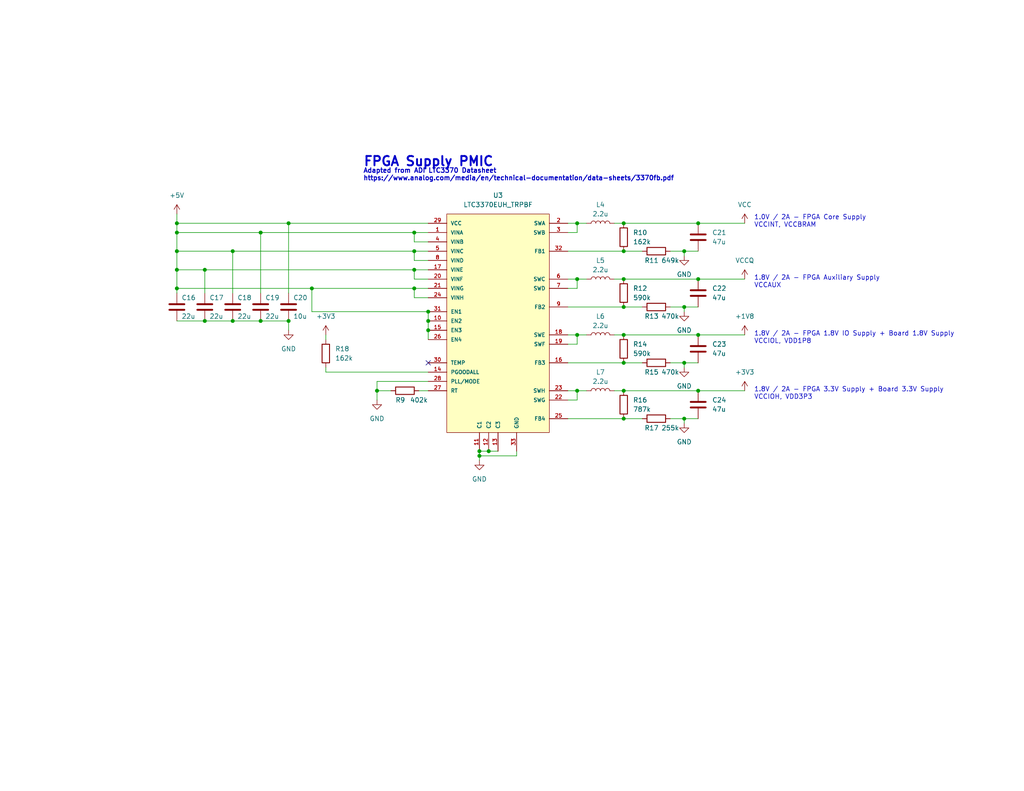
<source format=kicad_sch>
(kicad_sch (version 20230121) (generator eeschema)
  (paper "USLetter")
  (lib_symbols
    (symbol "Device:C" (pin_numbers hide) (pin_names (offset 0.254))
      (property "Reference" "C" (at 0.635 2.54 0))
      (property "Value" "C" (at 0.635 -2.54 0))
      (symbol "C_0_1"
        (polyline (pts (xy -2.032 -0.762) (xy 2.032 -0.762)) (stroke (width 0.508)))
        (polyline (pts (xy -2.032 0.762) (xy 2.032 0.762)) (stroke (width 0.508)))
      )
      (symbol "C_1_1"
        (pin passive line (at 0 3.81 270) (length 2.794) (name "~") (number "1"))
        (pin passive line (at 0 -3.81 90) (length 2.794) (name "~") (number "2"))
      )
    )
    (symbol "Device:L" (pin_numbers hide) (pin_names (offset 1.016) hide)
      (property "Reference" "L" (at -1.27 0 90))
      (property "Value" "L" (at 1.905 0 90))
      (symbol "L_0_1"
        (arc (start 0 -2.54) (mid 0.6323 -1.905) (end 0 -1.27))
        (arc (start 0 -1.27) (mid 0.6323 -0.635) (end 0 0))
        (arc (start 0 0) (mid 0.6323 0.635) (end 0 1.27))
        (arc (start 0 1.27) (mid 0.6323 1.905) (end 0 2.54))
      )
      (symbol "L_1_1"
        (pin passive line (at 0 3.81 270) (length 1.27) (name "1") (number "1"))
        (pin passive line (at 0 -3.81 90) (length 1.27) (name "2") (number "2"))
      )
    )
    (symbol "Device:R" (pin_numbers hide) (pin_names (offset 0))
      (property "Reference" "R" (at 2.032 0 90))
      (property "Value" "R" (at 0 0 90))
      (symbol "R_0_1"
        (rectangle (start -1.016 -2.54) (end 1.016 2.54) (stroke (width 0.254)))
      )
      (symbol "R_1_1"
        (pin passive line (at 0 3.81 270) (length 1.27) (name "~") (number "1"))
        (pin passive line (at 0 -3.81 90) (length 1.27) (name "~") (number "2"))
      )
    )
    (symbol "PiScope2_Library:LTC3370EUH_TRPBF" (pin_names (offset 1.016))
      (property "Reference" "U3" (at 1.27 31.75 0))
      (property "Value" "LTC3370EUH_TRPBF" (at 1.27 29.21 0))
      (symbol "LTC3370EUH_TRPBF_0_0"
        (rectangle (start -12.7 26.67) (end 15.24 -33.02) (stroke (width 0.1524)) (fill (type background)))
      )
      (symbol "LTC3370EUH_TRPBF_1_0"
        (pin input line (at -17.78 21.59 0) (length 5.08) (name "VINA") (number "1"))
        (pin input line (at -17.78 -2.54 0) (length 5.08) (name "EN2") (number "10"))
        (pin input line (at -3.81 -38.1 90) (length 5.08) (name "C1") (number "11"))
        (pin input line (at -1.27 -38.1 90) (length 5.08) (name "C2") (number "12"))
        (pin input line (at 1.27 -38.1 90) (length 5.08) (name "C3") (number "13"))
        (pin output line (at -17.78 -16.51 0) (length 5.08) (name "PGOODALL") (number "14"))
        (pin input line (at -17.78 -5.08 0) (length 5.08) (name "EN3") (number "15"))
        (pin output line (at 20.32 -13.97 180) (length 5.08) (name "FB3") (number "16"))
        (pin input line (at -17.78 11.43 0) (length 5.08) (name "VINE") (number "17"))
        (pin passive line (at 20.32 -6.35 180) (length 5.08) (name "SWE") (number "18"))
        (pin passive line (at 20.32 -8.89 180) (length 5.08) (name "SWF") (number "19"))
        (pin passive line (at 20.32 24.13 180) (length 5.08) (name "SWA") (number "2"))
        (pin input line (at -17.78 8.89 0) (length 5.08) (name "VINF") (number "20"))
        (pin input line (at -17.78 6.35 0) (length 5.08) (name "VING") (number "21"))
        (pin passive line (at 20.32 -24.13 180) (length 5.08) (name "SWG") (number "22"))
        (pin passive line (at 20.32 -21.59 180) (length 5.08) (name "SWH") (number "23"))
        (pin input line (at -17.78 3.81 0) (length 5.08) (name "VINH") (number "24"))
        (pin output line (at 20.32 -29.21 180) (length 5.08) (name "FB4") (number "25"))
        (pin input line (at -17.78 -7.62 0) (length 5.08) (name "EN4") (number "26"))
        (pin passive line (at -17.78 -21.59 0) (length 5.08) (name "RT") (number "27"))
        (pin passive line (at -17.78 -19.05 0) (length 5.08) (name "PLL/MODE") (number "28"))
        (pin power_in line (at -17.78 24.13 0) (length 5.08) (name "VCC") (number "29"))
        (pin passive line (at 20.32 21.59 180) (length 5.08) (name "SWB") (number "3"))
        (pin output line (at -17.78 -13.97 0) (length 5.08) (name "TEMP") (number "30"))
        (pin input line (at -17.78 0 0) (length 5.08) (name "EN1") (number "31"))
        (pin output line (at 20.32 16.51 180) (length 5.08) (name "FB1") (number "32"))
        (pin power_in line (at 6.35 -38.1 90) (length 5.08) (name "GND") (number "33"))
        (pin input line (at -17.78 19.05 0) (length 5.08) (name "VINB") (number "4"))
        (pin input line (at -17.78 16.51 0) (length 5.08) (name "VINC") (number "5"))
        (pin passive line (at 20.32 8.89 180) (length 5.08) (name "SWC") (number "6"))
        (pin passive line (at 20.32 6.35 180) (length 5.08) (name "SWD") (number "7"))
        (pin input line (at -17.78 13.97 0) (length 5.08) (name "VIND") (number "8"))
        (pin output line (at 20.32 1.27 180) (length 5.08) (name "FB2") (number "9"))
      )
    )
    (symbol "power:+1V8" (power) (pin_names (offset 0))
      (property "Value" "+1V8" (at 0 3.556 0))
      (symbol "+1V8_0_1"
        (polyline (pts (xy -0.762 1.27) (xy 0 2.54)))
        (polyline (pts (xy 0 0) (xy 0 2.54)))
        (polyline (pts (xy 0 2.54) (xy 0.762 1.27)))
      )
      (symbol "+1V8_1_1"
        (pin power_in line (at 0 0 90) (length 0) hide (name "+1V8") (number "1"))
      )
    )
    (symbol "power:+3V3" (power) (pin_names (offset 0))
      (property "Value" "+3V3" (at 0 3.556 0))
      (symbol "+3V3_0_1"
        (polyline (pts (xy -0.762 1.27) (xy 0 2.54)))
        (polyline (pts (xy 0 0) (xy 0 2.54)))
        (polyline (pts (xy 0 2.54) (xy 0.762 1.27)))
      )
      (symbol "+3V3_1_1"
        (pin power_in line (at 0 0 90) (length 0) hide (name "+3V3") (number "1"))
      )
    )
    (symbol "power:+5V" (power) (pin_names (offset 0))
      (property "Value" "+5V" (at 0 3.556 0))
      (symbol "+5V_0_1"
        (polyline (pts (xy -0.762 1.27) (xy 0 2.54)))
        (polyline (pts (xy 0 0) (xy 0 2.54)))
        (polyline (pts (xy 0 2.54) (xy 0.762 1.27)))
      )
      (symbol "+5V_1_1"
        (pin power_in line (at 0 0 90) (length 0) hide (name "+5V") (number "1"))
      )
    )
    (symbol "power:GND" (power) (pin_names (offset 0))
      (property "Value" "GND" (at 0 -3.81 0))
      (symbol "GND_0_1"
        (polyline (pts (xy 0 0) (xy 0 -1.27) (xy 1.27 -1.27) (xy 0 -2.54) (xy -1.27 -1.27) (xy 0 -1.27)))
      )
      (symbol "GND_1_1"
        (pin power_in line (at 0 0 270) (length 0) hide (name "GND") (number "1"))
      )
    )
    (symbol "power:VCC" (power) (pin_names (offset 0))
      (property "Value" "VCC" (at 0 3.81 0))
      (symbol "VCC_0_1"
        (polyline (pts (xy -0.762 1.27) (xy 0 2.54)))
        (polyline (pts (xy 0 0) (xy 0 2.54)))
        (polyline (pts (xy 0 2.54) (xy 0.762 1.27)))
      )
      (symbol "VCC_1_1"
        (pin power_in line (at 0 0 90) (length 0) hide (name "VCC") (number "1"))
      )
    )
    (symbol "power:VCCQ" (power) (pin_names (offset 0))
      (property "Value" "VCCQ" (at 0 3.81 0))
      (symbol "VCCQ_0_1"
        (polyline (pts (xy -0.762 1.27) (xy 0 2.54)))
        (polyline (pts (xy 0 0) (xy 0 2.54)))
        (polyline (pts (xy 0 2.54) (xy 0.762 1.27)))
      )
      (symbol "VCCQ_1_1"
        (pin power_in line (at 0 0 90) (length 0) hide (name "VCCQ") (number "1"))
      )
    )
  )
  (junction (at 186.69 83.82))
  (junction (at 116.84 90.17))
  (junction (at 48.26 63.5))
  (junction (at 116.84 87.63))
  (junction (at 170.18 83.82))
  (junction (at 133.35 123.19))
  (junction (at 113.03 63.5))
  (junction (at 190.5 60.96))
  (junction (at 113.03 73.66))
  (junction (at 190.5 76.2))
  (junction (at 157.48 91.44))
  (junction (at 130.81 123.19))
  (junction (at 63.5 87.63))
  (junction (at 157.48 106.68))
  (junction (at 78.74 60.96))
  (junction (at 71.12 87.63))
  (junction (at 186.69 68.58))
  (junction (at 48.26 60.96))
  (junction (at 78.74 87.63))
  (junction (at 186.69 114.3))
  (junction (at 116.84 85.09))
  (junction (at 130.81 124.46))
  (junction (at 170.18 60.96))
  (junction (at 63.5 68.58))
  (junction (at 170.18 106.68))
  (junction (at 55.88 87.63))
  (junction (at 85.09 78.74))
  (junction (at 170.18 99.06))
  (junction (at 157.48 60.96))
  (junction (at 113.03 68.58))
  (junction (at 190.5 106.68))
  (junction (at 170.18 91.44))
  (junction (at 48.26 73.66))
  (junction (at 71.12 63.5))
  (junction (at 170.18 76.2))
  (junction (at 113.03 78.74))
  (junction (at 102.87 106.68))
  (junction (at 186.69 99.06))
  (junction (at 190.5 91.44))
  (junction (at 55.88 73.66))
  (junction (at 170.18 68.58))
  (junction (at 157.48 76.2))
  (junction (at 170.18 114.3))
  (junction (at 48.26 78.74))
  (junction (at 48.26 68.58))
  (no_connect (at 116.84 99.06))
  (wire (pts (xy 48.26 63.5) (xy 48.26 60.96)))
  (wire (pts (xy 116.84 63.5) (xy 113.03 63.5)))
  (wire (pts (xy 167.64 76.2) (xy 170.18 76.2)))
  (wire (pts (xy 157.48 60.96) (xy 157.48 63.5)))
  (wire (pts (xy 116.84 71.12) (xy 113.03 71.12)))
  (wire (pts (xy 154.94 93.98) (xy 157.48 93.98)))
  (wire (pts (xy 116.84 68.58) (xy 113.03 68.58)))
  (wire (pts (xy 113.03 68.58) (xy 63.5 68.58)))
  (wire (pts (xy 182.88 114.3) (xy 186.69 114.3)))
  (wire (pts (xy 154.94 60.96) (xy 157.48 60.96)))
  (wire (pts (xy 88.9 91.44) (xy 88.9 92.71)))
  (wire (pts (xy 48.26 68.58) (xy 48.26 63.5)))
  (wire (pts (xy 116.84 87.63) (xy 116.84 90.17)))
  (wire (pts (xy 116.84 73.66) (xy 113.03 73.66)))
  (wire (pts (xy 48.26 60.96) (xy 78.74 60.96)))
  (wire (pts (xy 157.48 106.68) (xy 157.48 109.22)))
  (wire (pts (xy 113.03 68.58) (xy 113.03 71.12)))
  (wire (pts (xy 102.87 106.68) (xy 106.68 106.68)))
  (wire (pts (xy 154.94 114.3) (xy 170.18 114.3)))
  (wire (pts (xy 190.5 91.44) (xy 203.2 91.44)))
  (wire (pts (xy 154.94 76.2) (xy 157.48 76.2)))
  (wire (pts (xy 170.18 60.96) (xy 190.5 60.96)))
  (wire (pts (xy 116.84 76.2) (xy 113.03 76.2)))
  (wire (pts (xy 48.26 73.66) (xy 48.26 68.58)))
  (wire (pts (xy 55.88 87.63) (xy 63.5 87.63)))
  (wire (pts (xy 170.18 106.68) (xy 190.5 106.68)))
  (wire (pts (xy 85.09 85.09) (xy 85.09 78.74)))
  (wire (pts (xy 186.69 99.06) (xy 186.69 100.33)))
  (wire (pts (xy 88.9 101.6) (xy 88.9 100.33)))
  (wire (pts (xy 190.5 76.2) (xy 203.2 76.2)))
  (wire (pts (xy 113.03 66.04) (xy 113.03 63.5)))
  (wire (pts (xy 157.48 76.2) (xy 157.48 78.74)))
  (wire (pts (xy 186.69 114.3) (xy 190.5 114.3)))
  (wire (pts (xy 63.5 87.63) (xy 71.12 87.63)))
  (wire (pts (xy 71.12 63.5) (xy 48.26 63.5)))
  (wire (pts (xy 113.03 73.66) (xy 55.88 73.66)))
  (wire (pts (xy 133.35 123.19) (xy 135.89 123.19)))
  (wire (pts (xy 116.84 85.09) (xy 85.09 85.09)))
  (wire (pts (xy 55.88 73.66) (xy 55.88 80.01)))
  (wire (pts (xy 154.94 106.68) (xy 157.48 106.68)))
  (wire (pts (xy 186.69 99.06) (xy 190.5 99.06)))
  (wire (pts (xy 190.5 106.68) (xy 203.2 106.68)))
  (wire (pts (xy 154.94 83.82) (xy 170.18 83.82)))
  (wire (pts (xy 170.18 76.2) (xy 190.5 76.2)))
  (wire (pts (xy 116.84 85.09) (xy 116.84 87.63)))
  (wire (pts (xy 154.94 91.44) (xy 157.48 91.44)))
  (wire (pts (xy 85.09 78.74) (xy 48.26 78.74)))
  (wire (pts (xy 78.74 87.63) (xy 78.74 90.17)))
  (wire (pts (xy 116.84 66.04) (xy 113.03 66.04)))
  (wire (pts (xy 154.94 99.06) (xy 170.18 99.06)))
  (wire (pts (xy 48.26 78.74) (xy 48.26 80.01)))
  (wire (pts (xy 186.69 83.82) (xy 186.69 85.09)))
  (wire (pts (xy 157.48 60.96) (xy 160.02 60.96)))
  (wire (pts (xy 71.12 63.5) (xy 71.12 80.01)))
  (wire (pts (xy 157.48 91.44) (xy 160.02 91.44)))
  (wire (pts (xy 157.48 91.44) (xy 157.48 93.98)))
  (wire (pts (xy 170.18 99.06) (xy 175.26 99.06)))
  (wire (pts (xy 140.97 123.19) (xy 140.97 124.46)))
  (wire (pts (xy 116.84 90.17) (xy 116.84 92.71)))
  (wire (pts (xy 186.69 114.3) (xy 186.69 115.57)))
  (wire (pts (xy 167.64 91.44) (xy 170.18 91.44)))
  (wire (pts (xy 157.48 106.68) (xy 160.02 106.68)))
  (wire (pts (xy 116.84 81.28) (xy 113.03 81.28)))
  (wire (pts (xy 182.88 83.82) (xy 186.69 83.82)))
  (wire (pts (xy 170.18 114.3) (xy 175.26 114.3)))
  (wire (pts (xy 114.3 106.68) (xy 116.84 106.68)))
  (wire (pts (xy 186.69 68.58) (xy 190.5 68.58)))
  (wire (pts (xy 113.03 73.66) (xy 113.03 76.2)))
  (wire (pts (xy 154.94 109.22) (xy 157.48 109.22)))
  (wire (pts (xy 116.84 78.74) (xy 113.03 78.74)))
  (wire (pts (xy 170.18 83.82) (xy 175.26 83.82)))
  (wire (pts (xy 63.5 68.58) (xy 63.5 80.01)))
  (wire (pts (xy 55.88 73.66) (xy 48.26 73.66)))
  (wire (pts (xy 116.84 101.6) (xy 88.9 101.6)))
  (wire (pts (xy 71.12 87.63) (xy 78.74 87.63)))
  (wire (pts (xy 130.81 123.19) (xy 133.35 123.19)))
  (wire (pts (xy 130.81 123.19) (xy 130.81 124.46)))
  (wire (pts (xy 167.64 60.96) (xy 170.18 60.96)))
  (wire (pts (xy 48.26 78.74) (xy 48.26 73.66)))
  (wire (pts (xy 48.26 87.63) (xy 55.88 87.63)))
  (wire (pts (xy 182.88 99.06) (xy 186.69 99.06)))
  (wire (pts (xy 102.87 106.68) (xy 102.87 109.22)))
  (wire (pts (xy 170.18 91.44) (xy 190.5 91.44)))
  (wire (pts (xy 102.87 104.14) (xy 102.87 106.68)))
  (wire (pts (xy 63.5 68.58) (xy 48.26 68.58)))
  (wire (pts (xy 154.94 63.5) (xy 157.48 63.5)))
  (wire (pts (xy 186.69 68.58) (xy 186.69 69.85)))
  (wire (pts (xy 154.94 68.58) (xy 170.18 68.58)))
  (wire (pts (xy 154.94 78.74) (xy 157.48 78.74)))
  (wire (pts (xy 113.03 78.74) (xy 85.09 78.74)))
  (wire (pts (xy 167.64 106.68) (xy 170.18 106.68)))
  (wire (pts (xy 186.69 83.82) (xy 190.5 83.82)))
  (wire (pts (xy 78.74 60.96) (xy 116.84 60.96)))
  (wire (pts (xy 113.03 63.5) (xy 71.12 63.5)))
  (wire (pts (xy 130.81 124.46) (xy 130.81 125.73)))
  (wire (pts (xy 190.5 60.96) (xy 203.2 60.96)))
  (wire (pts (xy 48.26 58.42) (xy 48.26 60.96)))
  (wire (pts (xy 113.03 78.74) (xy 113.03 81.28)))
  (wire (pts (xy 157.48 76.2) (xy 160.02 76.2)))
  (wire (pts (xy 78.74 60.96) (xy 78.74 80.01)))
  (wire (pts (xy 116.84 104.14) (xy 102.87 104.14)))
  (wire (pts (xy 130.81 124.46) (xy 140.97 124.46)))
  (wire (pts (xy 170.18 68.58) (xy 175.26 68.58)))
  (wire (pts (xy 182.88 68.58) (xy 186.69 68.58)))
  (text "1.8V / 2A - FPGA Auxiliary Supply\nVCCAUX" (at 205.74 78.74 0) (effects (font (size 1.27 1.27)) (justify left bottom)))
  (text "FPGA Supply PMIC" (at 99.06 45.72 0) (effects (font (size 2.54 2.54) (thickness 0.508) bold) (justify left bottom)))
  (text "1.0V / 2A - FPGA Core Supply\nVCCINT, VCCBRAM" (at 205.74 62.23 0) (effects (font (size 1.27 1.27)) (justify left bottom)))
  (text "Adapted from ADI LTC3370 Datasheet\nhttps://www.analog.com/media/en/technical-documentation/data-sheets/3370fb.pdf" (at 99.06 49.53 0) (effects (font (size 1.27 1.27) bold) (justify left bottom)))
  (text "1.8V / 2A - FPGA 3.3V Supply + Board 3.3V Supply\nVCCIOH, VDD3P3" (at 205.74 109.22 0) (effects (font (size 1.27 1.27)) (justify left bottom)))
  (text "1.8V / 2A - FPGA 1.8V IO Supply + Board 1.8V Supply\nVCCIOL, VDD1P8" (at 205.74 93.98 0) (effects (font (size 1.27 1.27)) (justify left bottom)))
  (symbol (lib_id "power:+5V") (at 48.26 58.42 0) (unit 1)
    (property "Reference" "#PWR022" (effects hide))
    (property "Value" "+5V" (at 48.26 53.34 0))
  )
  (symbol (lib_id "Device:C") (at 190.5 110.49 0) (unit 1)
    (property "Reference" "C24" (at 194.31 109.22 0) (effects (justify left)))
    (property "Value" "47u" (at 194.31 111.76 0) (effects (justify left)))
  )
  (symbol (lib_id "Device:L") (at 163.83 76.2 90) (unit 1)
    (property "Reference" "L5" (at 163.83 71.12 90))
    (property "Value" "2.2u" (at 163.83 73.66 90))
  )
  (symbol (lib_id "Device:R") (at 179.07 68.58 90) (unit 1)
    (property "Reference" "R11" (at 177.8 71.12 90))
    (property "Value" "649k" (at 182.88 71.12 90))
  )
  (symbol (lib_id "Device:R") (at 88.9 96.52 0) (unit 1)
    (property "Reference" "R18" (at 91.44 95.25 0) (effects (justify left)))
    (property "Value" "162k" (at 91.44 97.79 0) (effects (justify left)))
  )
  (symbol (lib_id "Device:L") (at 163.83 106.68 90) (unit 1)
    (property "Reference" "L7" (at 163.83 101.6 90))
    (property "Value" "2.2u" (at 163.83 104.14 90))
  )
  (symbol (lib_id "Device:C") (at 71.12 83.82 0) (unit 1)
    (property "Reference" "C19" (at 72.39 81.28 0) (effects (justify left)))
    (property "Value" "22u" (at 72.39 86.36 0) (effects (justify left)))
  )
  (symbol (lib_id "Device:C") (at 190.5 64.77 0) (unit 1)
    (property "Reference" "C21" (at 194.31 63.5 0) (effects (justify left)))
    (property "Value" "47u" (at 194.31 66.04 0) (effects (justify left)))
  )
  (symbol (lib_id "Device:R") (at 179.07 114.3 90) (unit 1)
    (property "Reference" "R17" (at 177.8 116.84 90))
    (property "Value" "255k" (at 182.88 116.84 90))
  )
  (symbol (lib_id "Device:C") (at 55.88 83.82 0) (unit 1)
    (property "Reference" "C17" (at 57.15 81.28 0) (effects (justify left)))
    (property "Value" "22u" (at 57.15 86.36 0) (effects (justify left)))
  )
  (symbol (lib_id "Device:C") (at 63.5 83.82 0) (unit 1)
    (property "Reference" "C18" (at 64.77 81.28 0) (effects (justify left)))
    (property "Value" "22u" (at 64.77 86.36 0) (effects (justify left)))
  )
  (symbol (lib_id "Device:R") (at 110.49 106.68 90) (unit 1)
    (property "Reference" "R9" (at 109.22 109.22 90))
    (property "Value" "402k" (at 114.3 109.22 90))
  )
  (symbol (lib_id "power:+3V3") (at 203.2 106.68 0) (unit 1)
    (property "Reference" "#PWR029" (effects hide))
    (property "Value" "+3V3" (at 203.2 101.6 0))
  )
  (symbol (lib_id "power:GND") (at 186.69 85.09 0) (unit 1)
    (property "Reference" "#PWR031" (effects hide))
    (property "Value" "GND" (at 186.69 90.17 0))
  )
  (symbol (lib_id "Device:L") (at 163.83 60.96 90) (unit 1)
    (property "Reference" "L4" (at 163.83 55.88 90))
    (property "Value" "2.2u" (at 163.83 58.42 90))
  )
  (symbol (lib_id "power:GND") (at 186.69 115.57 0) (unit 1)
    (property "Reference" "#PWR033" (effects hide))
    (property "Value" "GND" (at 186.69 120.65 0))
  )
  (symbol (lib_id "power:GND") (at 186.69 100.33 0) (unit 1)
    (property "Reference" "#PWR032" (effects hide))
    (property "Value" "GND" (at 186.69 105.41 0))
  )
  (symbol (lib_id "power:GND") (at 102.87 109.22 0) (unit 1)
    (property "Reference" "#PWR024" (effects hide))
    (property "Value" "GND" (at 102.87 114.3 0))
  )
  (symbol (lib_id "PiScope2_Library:LTC3370EUH_TRPBF") (at 134.62 85.09 0) (unit 1)
    (property "Reference" "U3" (at 135.89 53.34 0))
    (property "Value" "LTC3370EUH_TRPBF" (at 135.89 55.88 0))
    (property "Footprint" "Package_DFN_QFN:VQFN-32-1EP_5x5mm_P0.5mm_EP3.15x3.15mm_ThermalVias" (effects hide))
    (property "MF" "Analog Devices" (effects hide))
    (property "VENDOR" "Linear Technology" (effects hide))
    (property "Description" "\n4-Channel 8A Configurable Buck DC/DCs\n" (effects hide))
    (property "Package" "QFN -32 Analog Devices" (effects hide))
    (property "Price" "None" (effects hide))
    (property "Check_prices" "https://www.snapeda.com/parts/LTC3370EUH%23TRPBF/Analog+Devices/view-part/?ref=eda" (effects hide))
    (property "SnapEDA_Link" "https://www.snapeda.com/parts/LTC3370EUH%23TRPBF/Analog+Devices/view-part/?ref=snap" (effects hide))
    (property "MP" "LTC3370EUH#TRPBF" (effects hide))
    (property "Purchase-URL" "https://www.snapeda.com/api/url_track_click_mouser/?unipart_id=4346336&manufacturer=Analog Devices&part_name=LTC3370EUH#TRPBF&search_term=ltc3370euh#trpbf" (effects hide))
    (property "Availability" "In Stock" (effects hide))
    (property "MANUFACTURER_PART_NUMBER" "ltc3370euh#pbf" (effects hide))
  )
  (symbol (lib_id "Device:L") (at 163.83 91.44 90) (unit 1)
    (property "Reference" "L6" (at 163.83 86.36 90))
    (property "Value" "2.2u" (at 163.83 88.9 90))
  )
  (symbol (lib_id "power:GND") (at 186.69 69.85 0) (unit 1)
    (property "Reference" "#PWR030" (effects hide))
    (property "Value" "GND" (at 186.69 74.93 0))
  )
  (symbol (lib_id "power:VCCQ") (at 203.2 76.2 0) (unit 1)
    (property "Reference" "#PWR027" (effects hide))
    (property "Value" "VCCQ" (at 203.2 71.12 0))
  )
  (symbol (lib_id "power:+1V8") (at 203.2 91.44 0) (unit 1)
    (property "Reference" "#PWR028" (effects hide))
    (property "Value" "+1V8" (at 203.2 86.36 0))
  )
  (symbol (lib_id "Device:R") (at 170.18 110.49 0) (unit 1)
    (property "Reference" "R16" (at 172.72 109.22 0) (effects (justify left)))
    (property "Value" "787k" (at 172.72 111.76 0) (effects (justify left)))
  )
  (symbol (lib_id "Device:C") (at 190.5 95.25 0) (unit 1)
    (property "Reference" "C23" (at 194.31 93.98 0) (effects (justify left)))
    (property "Value" "47u" (at 194.31 96.52 0) (effects (justify left)))
  )
  (symbol (lib_id "Device:C") (at 78.74 83.82 0) (unit 1)
    (property "Reference" "C20" (at 80.01 81.28 0) (effects (justify left)))
    (property "Value" "10u" (at 80.01 86.36 0) (effects (justify left)))
  )
  (symbol (lib_id "Device:R") (at 170.18 64.77 0) (unit 1)
    (property "Reference" "R10" (at 172.72 63.5 0) (effects (justify left)))
    (property "Value" "162k" (at 172.72 66.04 0) (effects (justify left)))
  )
  (symbol (lib_id "power:VCC") (at 203.2 60.96 0) (unit 1)
    (property "Reference" "#PWR026" (effects hide))
    (property "Value" "VCC" (at 203.2 55.88 0))
  )
  (symbol (lib_id "power:GND") (at 78.74 90.17 0) (unit 1)
    (property "Reference" "#PWR023" (effects hide))
    (property "Value" "GND" (at 78.74 95.25 0))
  )
  (symbol (lib_id "Device:R") (at 179.07 99.06 90) (unit 1)
    (property "Reference" "R15" (at 177.8 101.6 90))
    (property "Value" "470k" (at 182.88 101.6 90))
  )
  (symbol (lib_id "Device:C") (at 190.5 80.01 0) (unit 1)
    (property "Reference" "C22" (at 194.31 78.74 0) (effects (justify left)))
    (property "Value" "47u" (at 194.31 81.28 0) (effects (justify left)))
  )
  (symbol (lib_id "Device:R") (at 179.07 83.82 90) (unit 1)
    (property "Reference" "R13" (at 177.8 86.36 90))
    (property "Value" "470k" (at 182.88 86.36 90))
  )
  (symbol (lib_id "power:GND") (at 130.81 125.73 0) (unit 1)
    (property "Reference" "#PWR025" (effects hide))
    (property "Value" "GND" (at 130.81 130.81 0))
  )
  (symbol (lib_id "power:+3V3") (at 88.9 91.44 0) (unit 1)
    (property "Reference" "#PWR034" (effects hide))
    (property "Value" "+3V3" (at 88.9 86.36 0))
  )
  (symbol (lib_id "Device:R") (at 170.18 95.25 0) (unit 1)
    (property "Reference" "R14" (at 172.72 93.98 0) (effects (justify left)))
    (property "Value" "590k" (at 172.72 96.52 0) (effects (justify left)))
  )
  (symbol (lib_id "Device:R") (at 170.18 80.01 0) (unit 1)
    (property "Reference" "R12" (at 172.72 78.74 0) (effects (justify left)))
    (property "Value" "590k" (at 172.72 81.28 0) (effects (justify left)))
  )
  (symbol (lib_id "Device:C") (at 48.26 83.82 0) (unit 1)
    (property "Reference" "C16" (at 49.53 81.28 0) (effects (justify left)))
    (property "Value" "22u" (at 49.53 86.36 0) (effects (justify left)))
  )
)
</source>
